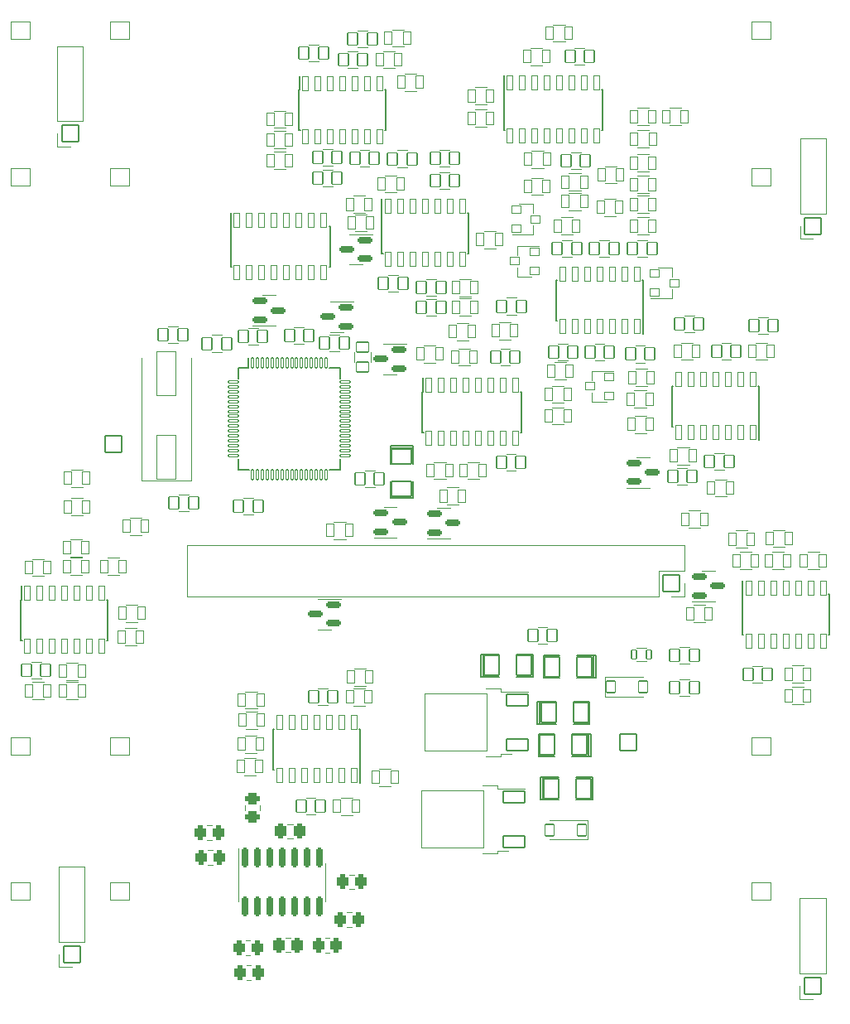
<source format=gbr>
%TF.GenerationSoftware,KiCad,Pcbnew,6.0.6+dfsg-1~bpo11+1*%
%TF.CreationDate,2023-11-30T19:30:28+01:00*%
%TF.ProjectId,touch,746f7563-682e-46b6-9963-61645f706362,rev?*%
%TF.SameCoordinates,Original*%
%TF.FileFunction,Legend,Bot*%
%TF.FilePolarity,Positive*%
%FSLAX46Y46*%
G04 Gerber Fmt 4.6, Leading zero omitted, Abs format (unit mm)*
G04 Created by KiCad (PCBNEW 6.0.6+dfsg-1~bpo11+1) date 2023-11-30 19:30:28*
%MOMM*%
%LPD*%
G01*
G04 APERTURE LIST*
G04 Aperture macros list*
%AMRoundRect*
0 Rectangle with rounded corners*
0 $1 Rounding radius*
0 $2 $3 $4 $5 $6 $7 $8 $9 X,Y pos of 4 corners*
0 Add a 4 corners polygon primitive as box body*
4,1,4,$2,$3,$4,$5,$6,$7,$8,$9,$2,$3,0*
0 Add four circle primitives for the rounded corners*
1,1,$1+$1,$2,$3*
1,1,$1+$1,$4,$5*
1,1,$1+$1,$6,$7*
1,1,$1+$1,$8,$9*
0 Add four rect primitives between the rounded corners*
20,1,$1+$1,$2,$3,$4,$5,0*
20,1,$1+$1,$4,$5,$6,$7,0*
20,1,$1+$1,$6,$7,$8,$9,0*
20,1,$1+$1,$8,$9,$2,$3,0*%
G04 Aperture macros list end*
%ADD10C,0.120000*%
%ADD11C,0.150000*%
%ADD12RoundRect,0.301000X-0.262500X-0.450000X0.262500X-0.450000X0.262500X0.450000X-0.262500X0.450000X0*%
%ADD13RoundRect,0.201000X-0.150000X0.825000X-0.150000X-0.825000X0.150000X-0.825000X0.150000X0.825000X0*%
%ADD14RoundRect,0.301000X0.450000X-0.262500X0.450000X0.262500X-0.450000X0.262500X-0.450000X-0.262500X0*%
%ADD15RoundRect,0.301000X-0.250000X-0.475000X0.250000X-0.475000X0.250000X0.475000X-0.250000X0.475000X0*%
%ADD16RoundRect,0.051000X-0.850000X-0.850000X0.850000X-0.850000X0.850000X0.850000X-0.850000X0.850000X0*%
%ADD17O,1.802000X1.802000*%
%ADD18RoundRect,0.051000X0.850000X0.850000X-0.850000X0.850000X-0.850000X-0.850000X0.850000X-0.850000X0*%
%ADD19RoundRect,0.051000X0.965000X0.915000X-0.965000X0.915000X-0.965000X-0.915000X0.965000X-0.915000X0*%
%ADD20C,2.232000*%
%ADD21RoundRect,0.051000X-0.762000X-1.016000X0.762000X-1.016000X0.762000X1.016000X-0.762000X1.016000X0*%
%ADD22RoundRect,0.051000X0.762000X1.016000X-0.762000X1.016000X-0.762000X-1.016000X0.762000X-1.016000X0*%
%ADD23RoundRect,0.051000X-0.500000X-0.625000X0.500000X-0.625000X0.500000X0.625000X-0.500000X0.625000X0*%
%ADD24RoundRect,0.051000X0.500000X0.625000X-0.500000X0.625000X-0.500000X-0.625000X0.500000X-0.625000X0*%
%ADD25RoundRect,0.051000X-1.016000X0.762000X-1.016000X-0.762000X1.016000X-0.762000X1.016000X0.762000X0*%
%ADD26RoundRect,0.051000X0.625000X-0.500000X0.625000X0.500000X-0.625000X0.500000X-0.625000X-0.500000X0*%
%ADD27RoundRect,0.051000X0.450000X0.600000X-0.450000X0.600000X-0.450000X-0.600000X0.450000X-0.600000X0*%
%ADD28RoundRect,0.051000X-0.450000X-0.600000X0.450000X-0.600000X0.450000X0.600000X-0.450000X0.600000X0*%
%ADD29RoundRect,0.051000X0.850000X-0.850000X0.850000X0.850000X-0.850000X0.850000X-0.850000X-0.850000X0*%
%ADD30RoundRect,0.051000X-0.250000X-0.450000X0.250000X-0.450000X0.250000X0.450000X-0.250000X0.450000X0*%
%ADD31RoundRect,0.051000X-0.450000X-0.400000X0.450000X-0.400000X0.450000X0.400000X-0.450000X0.400000X0*%
%ADD32RoundRect,0.051000X0.450000X0.400000X-0.450000X0.400000X-0.450000X-0.400000X0.450000X-0.400000X0*%
%ADD33RoundRect,0.051000X-0.350000X-0.650000X0.350000X-0.650000X0.350000X0.650000X-0.350000X0.650000X0*%
%ADD34RoundRect,0.051000X0.350000X0.650000X-0.350000X0.650000X-0.350000X-0.650000X0.350000X-0.650000X0*%
%ADD35RoundRect,0.051000X1.100000X0.600000X-1.100000X0.600000X-1.100000X-0.600000X1.100000X-0.600000X0*%
%ADD36RoundRect,0.051000X3.200000X2.900000X-3.200000X2.900000X-3.200000X-2.900000X3.200000X-2.900000X0*%
%ADD37RoundRect,0.051000X-0.300000X0.750000X-0.300000X-0.750000X0.300000X-0.750000X0.300000X0.750000X0*%
%ADD38RoundRect,0.051000X0.300000X-0.750000X0.300000X0.750000X-0.300000X0.750000X-0.300000X-0.750000X0*%
%ADD39RoundRect,0.051000X-0.125000X0.500000X-0.125000X-0.500000X0.125000X-0.500000X0.125000X0.500000X0*%
%ADD40RoundRect,0.051000X0.500000X0.125000X-0.500000X0.125000X-0.500000X-0.125000X0.500000X-0.125000X0*%
%ADD41RoundRect,0.051000X1.000000X-2.250000X1.000000X2.250000X-1.000000X2.250000X-1.000000X-2.250000X0*%
%ADD42RoundRect,0.201000X0.587500X0.150000X-0.587500X0.150000X-0.587500X-0.150000X0.587500X-0.150000X0*%
%ADD43RoundRect,0.201000X-0.587500X-0.150000X0.587500X-0.150000X0.587500X0.150000X-0.587500X0.150000X0*%
G04 APERTURE END LIST*
D10*
%TO.C,R76*%
X92900436Y-140635000D02*
X93354564Y-140635000D01*
X92900436Y-139165000D02*
X93354564Y-139165000D01*
%TO.C,U12*%
X81805000Y-136040000D02*
X81805000Y-137990000D01*
X90675000Y-136040000D02*
X90675000Y-137990000D01*
X81805000Y-136040000D02*
X81805000Y-132590000D01*
X90675000Y-136040000D02*
X90675000Y-134090000D01*
%TO.C,R79*%
X82555436Y-143505000D02*
X83009564Y-143505000D01*
X82555436Y-142035000D02*
X83009564Y-142035000D01*
%TO.C,R78*%
X90645436Y-143245000D02*
X91099564Y-143245000D01*
X90645436Y-141775000D02*
X91099564Y-141775000D01*
%TO.C,R77*%
X82642936Y-146025000D02*
X83097064Y-146025000D01*
X82642936Y-144555000D02*
X83097064Y-144555000D01*
%TO.C,R75*%
X93145436Y-136765000D02*
X93599564Y-136765000D01*
X93145436Y-135295000D02*
X93599564Y-135295000D01*
%TO.C,R74*%
X78685436Y-134275000D02*
X79139564Y-134275000D01*
X78685436Y-132805000D02*
X79139564Y-132805000D01*
%TO.C,R73*%
X83975000Y-128667064D02*
X83975000Y-128212936D01*
X82505000Y-128667064D02*
X82505000Y-128212936D01*
%TO.C,R72*%
X78610436Y-131745000D02*
X79064564Y-131745000D01*
X78610436Y-130275000D02*
X79064564Y-130275000D01*
%TO.C,C22*%
X86618748Y-141735000D02*
X87141252Y-141735000D01*
X86618748Y-143205000D02*
X87141252Y-143205000D01*
%TO.C,C21*%
X86818748Y-130115000D02*
X87341252Y-130115000D01*
X86818748Y-131585000D02*
X87341252Y-131585000D01*
D11*
%TO.C,C1*%
X112376000Y-117597000D02*
X112630000Y-117597000D01*
X112630000Y-119883000D02*
X112630000Y-117597000D01*
X112630000Y-119883000D02*
X112376000Y-119883000D01*
X112376000Y-119883000D02*
X112376000Y-117597000D01*
X116059000Y-119883000D02*
X117710000Y-119883000D01*
X114281000Y-119883000D02*
X112630000Y-119883000D01*
X112630000Y-117597000D02*
X114281000Y-117597000D01*
X117710000Y-117597000D02*
X116059000Y-117597000D01*
X117710000Y-119883000D02*
X117710000Y-117597000D01*
%TO.C,C2*%
X117844000Y-120907000D02*
X117844000Y-123193000D01*
X112510000Y-120907000D02*
X112510000Y-123193000D01*
X117590000Y-120907000D02*
X117590000Y-123193000D01*
X117590000Y-120907000D02*
X117844000Y-120907000D01*
X112510000Y-123193000D02*
X114161000Y-123193000D01*
X115939000Y-120907000D02*
X117590000Y-120907000D01*
X117590000Y-123193000D02*
X115939000Y-123193000D01*
X114161000Y-120907000D02*
X112510000Y-120907000D01*
X117844000Y-123193000D02*
X117590000Y-123193000D01*
%TO.C,C3*%
X106556000Y-115043000D02*
X106556000Y-112757000D01*
X106810000Y-112757000D02*
X108461000Y-112757000D01*
X111890000Y-115043000D02*
X111890000Y-112757000D01*
X111890000Y-112757000D02*
X110239000Y-112757000D01*
X106556000Y-112757000D02*
X106810000Y-112757000D01*
X108461000Y-115043000D02*
X106810000Y-115043000D01*
X110239000Y-115043000D02*
X111890000Y-115043000D01*
X106810000Y-115043000D02*
X106810000Y-112757000D01*
X106810000Y-115043000D02*
X106556000Y-115043000D01*
D10*
%TO.C,C4*%
X112400000Y-110000000D02*
X113400000Y-110000000D01*
X113400000Y-111700000D02*
X112400000Y-111700000D01*
D11*
%TO.C,C5*%
X112910000Y-127643000D02*
X112656000Y-127643000D01*
X117990000Y-127643000D02*
X117990000Y-125357000D01*
X112910000Y-127643000D02*
X112910000Y-125357000D01*
X114561000Y-127643000D02*
X112910000Y-127643000D01*
X116339000Y-127643000D02*
X117990000Y-127643000D01*
X112910000Y-125357000D02*
X114561000Y-125357000D01*
X112656000Y-127643000D02*
X112656000Y-125357000D01*
X117990000Y-125357000D02*
X116339000Y-125357000D01*
X112656000Y-125357000D02*
X112910000Y-125357000D01*
D10*
%TO.C,C6*%
X127900000Y-117050000D02*
X126900000Y-117050000D01*
X126900000Y-115350000D02*
X127900000Y-115350000D01*
D11*
%TO.C,C7*%
X113010000Y-115193000D02*
X114661000Y-115193000D01*
X118090000Y-115193000D02*
X116439000Y-115193000D01*
X118090000Y-112907000D02*
X118090000Y-115193000D01*
X116439000Y-112907000D02*
X118090000Y-112907000D01*
X113010000Y-112907000D02*
X113010000Y-115193000D01*
X118344000Y-112907000D02*
X118344000Y-115193000D01*
X114661000Y-112907000D02*
X113010000Y-112907000D01*
X118090000Y-112907000D02*
X118344000Y-112907000D01*
X118344000Y-115193000D02*
X118090000Y-115193000D01*
D10*
%TO.C,C8*%
X127900000Y-113750000D02*
X126900000Y-113750000D01*
X126900000Y-112050000D02*
X127900000Y-112050000D01*
%TO.C,C9*%
X99030000Y-62970000D02*
X98030000Y-62970000D01*
X98030000Y-61270000D02*
X99030000Y-61270000D01*
%TO.C,C10*%
X90400000Y-63250000D02*
X91400000Y-63250000D01*
X91400000Y-64950000D02*
X90400000Y-64950000D01*
%TO.C,C11*%
X90000000Y-52150000D02*
X89000000Y-52150000D01*
X89000000Y-50450000D02*
X90000000Y-50450000D01*
%TO.C,C12*%
X95200000Y-62950000D02*
X94200000Y-62950000D01*
X94200000Y-61250000D02*
X95200000Y-61250000D01*
%TO.C,C13*%
X102400000Y-61250000D02*
X103400000Y-61250000D01*
X103400000Y-62950000D02*
X102400000Y-62950000D01*
%TO.C,C14*%
X97100000Y-74050000D02*
X98100000Y-74050000D01*
X98100000Y-75750000D02*
X97100000Y-75750000D01*
%TO.C,C15*%
X95000000Y-50750000D02*
X94000000Y-50750000D01*
X94000000Y-49050000D02*
X95000000Y-49050000D01*
%TO.C,C16*%
X101000000Y-76450000D02*
X102000000Y-76450000D01*
X102000000Y-78150000D02*
X101000000Y-78150000D01*
%TO.C,C17*%
X122600000Y-70450000D02*
X123600000Y-70450000D01*
X123600000Y-72150000D02*
X122600000Y-72150000D01*
%TO.C,C18*%
X115510000Y-82740000D02*
X114510000Y-82740000D01*
X114510000Y-81040000D02*
X115510000Y-81040000D01*
%TO.C,C19*%
X114900000Y-70450000D02*
X115900000Y-70450000D01*
X115900000Y-72150000D02*
X114900000Y-72150000D01*
%TO.C,C20*%
X122400000Y-81250000D02*
X123400000Y-81250000D01*
X123400000Y-82950000D02*
X122400000Y-82950000D01*
%TO.C,C25*%
X136000000Y-80050000D02*
X135000000Y-80050000D01*
X135000000Y-78350000D02*
X136000000Y-78350000D01*
%TO.C,C26*%
X126700000Y-93750000D02*
X127700000Y-93750000D01*
X127700000Y-95450000D02*
X126700000Y-95450000D01*
%TO.C,C27*%
X128400000Y-79850000D02*
X127400000Y-79850000D01*
X127400000Y-78150000D02*
X128400000Y-78150000D01*
%TO.C,C28*%
X109250000Y-76340000D02*
X110250000Y-76340000D01*
X110250000Y-78040000D02*
X109250000Y-78040000D01*
%TO.C,C29*%
X74600000Y-79250000D02*
X75600000Y-79250000D01*
X75600000Y-80950000D02*
X74600000Y-80950000D01*
%TO.C,C30*%
X75700000Y-96450000D02*
X76700000Y-96450000D01*
X76700000Y-98150000D02*
X75700000Y-98150000D01*
%TO.C,C31*%
X88500000Y-81050000D02*
X87500000Y-81050000D01*
X87500000Y-79350000D02*
X88500000Y-79350000D01*
D11*
%TO.C,C32*%
X99613000Y-91426000D02*
X99613000Y-91680000D01*
X97327000Y-95109000D02*
X97327000Y-96760000D01*
X97327000Y-91680000D02*
X97327000Y-91426000D01*
X97327000Y-93331000D02*
X97327000Y-91680000D01*
X97327000Y-91426000D02*
X99613000Y-91426000D01*
X97327000Y-91680000D02*
X99613000Y-91680000D01*
X97327000Y-96760000D02*
X99613000Y-96760000D01*
X99613000Y-91680000D02*
X99613000Y-93331000D01*
X99613000Y-96760000D02*
X99613000Y-95109000D01*
D10*
%TO.C,C33*%
X92130000Y-81830000D02*
X91130000Y-81830000D01*
X91130000Y-80130000D02*
X92130000Y-80130000D01*
%TO.C,C34*%
X83780000Y-81160000D02*
X82780000Y-81160000D01*
X82780000Y-79460000D02*
X83780000Y-79460000D01*
%TO.C,C35*%
X93600000Y-82890000D02*
X93600000Y-81890000D01*
X95300000Y-81890000D02*
X95300000Y-82890000D01*
%TO.C,C36*%
X94720000Y-93980000D02*
X95720000Y-93980000D01*
X95720000Y-95680000D02*
X94720000Y-95680000D01*
%TO.C,C37*%
X82325000Y-96750000D02*
X83325000Y-96750000D01*
X83325000Y-98450000D02*
X82325000Y-98450000D01*
%TO.C,C38*%
X79100000Y-80150000D02*
X80100000Y-80150000D01*
X80100000Y-81850000D02*
X79100000Y-81850000D01*
%TO.C,C49*%
X93000000Y-51150000D02*
X94000000Y-51150000D01*
X94000000Y-52850000D02*
X93000000Y-52850000D01*
%TO.C,C50*%
X103400000Y-65250000D02*
X102400000Y-65250000D01*
X102400000Y-63550000D02*
X103400000Y-63550000D01*
%TO.C,C51*%
X91400000Y-62850000D02*
X90400000Y-62850000D01*
X90400000Y-61150000D02*
X91400000Y-61150000D01*
%TO.C,C52*%
X102000000Y-76150000D02*
X101000000Y-76150000D01*
X101000000Y-74450000D02*
X102000000Y-74450000D01*
%TO.C,C53*%
X131500000Y-93950000D02*
X130500000Y-93950000D01*
X130500000Y-92250000D02*
X131500000Y-92250000D01*
%TO.C,C54*%
X119240000Y-82740000D02*
X118240000Y-82740000D01*
X118240000Y-81040000D02*
X119240000Y-81040000D01*
%TO.C,C55*%
X115800000Y-61450000D02*
X116800000Y-61450000D01*
X116800000Y-63150000D02*
X115800000Y-63150000D01*
%TO.C,C56*%
X110190000Y-93980000D02*
X109190000Y-93980000D01*
X109190000Y-92280000D02*
X110190000Y-92280000D01*
%TO.C,C57*%
X132200000Y-82650000D02*
X131200000Y-82650000D01*
X131200000Y-80950000D02*
X132200000Y-80950000D01*
%TO.C,C58*%
X119700000Y-72150000D02*
X118700000Y-72150000D01*
X118700000Y-70450000D02*
X119700000Y-70450000D01*
%TO.C,C59*%
X116200000Y-50850000D02*
X117200000Y-50850000D01*
X117200000Y-52550000D02*
X116200000Y-52550000D01*
%TO.C,C60*%
X109600000Y-83250000D02*
X108600000Y-83250000D01*
X108600000Y-81550000D02*
X109600000Y-81550000D01*
%TO.C,C63*%
X89700000Y-129150000D02*
X88700000Y-129150000D01*
X88700000Y-127450000D02*
X89700000Y-127450000D01*
%TO.C,C64*%
X89950000Y-116250000D02*
X90950000Y-116250000D01*
X90950000Y-117950000D02*
X89950000Y-117950000D01*
%TO.C,C65*%
X61600000Y-115250000D02*
X60600000Y-115250000D01*
X60600000Y-113550000D02*
X61600000Y-113550000D01*
%TO.C,C66*%
X135400000Y-115650000D02*
X134400000Y-115650000D01*
X134400000Y-113950000D02*
X135400000Y-113950000D01*
%TO.C,D1*%
X117550000Y-129700000D02*
X113650000Y-129700000D01*
X117550000Y-129700000D02*
X117550000Y-131700000D01*
X117550000Y-131700000D02*
X113650000Y-131700000D01*
%TO.C,D2*%
X119300000Y-117100000D02*
X119300000Y-115100000D01*
X119300000Y-115100000D02*
X123200000Y-115100000D01*
X119300000Y-117100000D02*
X123200000Y-117100000D01*
%TO.C,J3*%
X126100000Y-106830000D02*
X127430000Y-106830000D01*
X127430000Y-101630000D02*
X76510000Y-101630000D01*
X127430000Y-104230000D02*
X127430000Y-101630000D01*
X124830000Y-104230000D02*
X127430000Y-104230000D01*
X76510000Y-106830000D02*
X76510000Y-101630000D01*
X124830000Y-106830000D02*
X124830000Y-104230000D01*
X127430000Y-106830000D02*
X127430000Y-105500000D01*
X124830000Y-106830000D02*
X76510000Y-106830000D01*
%TO.C,L1*%
X122540000Y-113500000D02*
X123540000Y-113500000D01*
X123540000Y-112140000D02*
X122540000Y-112140000D01*
%TO.C,Q1*%
X126140000Y-73240000D02*
X124680000Y-73240000D01*
X126140000Y-76400000D02*
X123980000Y-76400000D01*
X126140000Y-76400000D02*
X126140000Y-75470000D01*
X126140000Y-73240000D02*
X126140000Y-74170000D01*
%TO.C,Q2*%
X110340000Y-74180000D02*
X110340000Y-73250000D01*
X110340000Y-74180000D02*
X111800000Y-74180000D01*
X110340000Y-71020000D02*
X112500000Y-71020000D01*
X110340000Y-71020000D02*
X110340000Y-71950000D01*
%TO.C,Q3*%
X111960000Y-69880000D02*
X109800000Y-69880000D01*
X111960000Y-69880000D02*
X111960000Y-68950000D01*
X111960000Y-66720000D02*
X110500000Y-66720000D01*
X111960000Y-66720000D02*
X111960000Y-67650000D01*
%TO.C,Q4*%
X117980000Y-83810000D02*
X117980000Y-84740000D01*
X117980000Y-86970000D02*
X117980000Y-86040000D01*
X117980000Y-86970000D02*
X119440000Y-86970000D01*
X117980000Y-83810000D02*
X120140000Y-83810000D01*
%TO.C,R1*%
X93740000Y-69560000D02*
X94940000Y-69560000D01*
X94940000Y-67800000D02*
X93740000Y-67800000D01*
%TO.C,R2*%
X96800000Y-65580000D02*
X98000000Y-65580000D01*
X98000000Y-63820000D02*
X96800000Y-63820000D01*
%TO.C,R3*%
X94740000Y-65900000D02*
X93540000Y-65900000D01*
X93540000Y-67660000D02*
X94740000Y-67660000D01*
%TO.C,R4*%
X97500000Y-50680000D02*
X98700000Y-50680000D01*
X98700000Y-48920000D02*
X97500000Y-48920000D01*
%TO.C,R5*%
X97800000Y-51120000D02*
X96600000Y-51120000D01*
X96600000Y-52880000D02*
X97800000Y-52880000D01*
%TO.C,R6*%
X100000000Y-53420000D02*
X98800000Y-53420000D01*
X98800000Y-55180000D02*
X100000000Y-55180000D01*
%TO.C,R7*%
X122600000Y-67680000D02*
X123800000Y-67680000D01*
X123800000Y-65920000D02*
X122600000Y-65920000D01*
%TO.C,R8*%
X115300000Y-82920000D02*
X114100000Y-82920000D01*
X114100000Y-84680000D02*
X115300000Y-84680000D01*
%TO.C,R9*%
X116800000Y-65620000D02*
X115600000Y-65620000D01*
X115600000Y-67380000D02*
X116800000Y-67380000D01*
%TO.C,R10*%
X123600000Y-83620000D02*
X122400000Y-83620000D01*
X122400000Y-85380000D02*
X123600000Y-85380000D01*
%TO.C,R11*%
X123800000Y-68120000D02*
X122600000Y-68120000D01*
X122600000Y-69880000D02*
X123800000Y-69880000D01*
%TO.C,R12*%
X115100000Y-85320000D02*
X113900000Y-85320000D01*
X113900000Y-87080000D02*
X115100000Y-87080000D01*
%TO.C,R13*%
X114800000Y-69880000D02*
X116000000Y-69880000D01*
X116000000Y-68120000D02*
X114800000Y-68120000D01*
%TO.C,R14*%
X122300000Y-87580000D02*
X123500000Y-87580000D01*
X123500000Y-85820000D02*
X122300000Y-85820000D01*
%TO.C,R15*%
X122590000Y-63430000D02*
X123790000Y-63430000D01*
X123790000Y-61670000D02*
X122590000Y-61670000D01*
%TO.C,R16*%
X115100000Y-87520000D02*
X113900000Y-87520000D01*
X113900000Y-89280000D02*
X115100000Y-89280000D01*
%TO.C,R17*%
X115600000Y-65380000D02*
X116800000Y-65380000D01*
X116800000Y-63620000D02*
X115600000Y-63620000D01*
%TO.C,R18*%
X122340000Y-90150000D02*
X123540000Y-90150000D01*
X123540000Y-88390000D02*
X122340000Y-88390000D01*
%TO.C,R19*%
X112900000Y-50820000D02*
X111700000Y-50820000D01*
X111700000Y-52580000D02*
X112900000Y-52580000D01*
%TO.C,R20*%
X113000000Y-61320000D02*
X111800000Y-61320000D01*
X111800000Y-63080000D02*
X113000000Y-63080000D01*
%TO.C,R21*%
X106400000Y-93120000D02*
X105200000Y-93120000D01*
X105200000Y-94880000D02*
X106400000Y-94880000D01*
%TO.C,R22*%
X104300000Y-83280000D02*
X105500000Y-83280000D01*
X105500000Y-81520000D02*
X104300000Y-81520000D01*
%TO.C,R23*%
X135900000Y-80920000D02*
X134700000Y-80920000D01*
X134700000Y-82680000D02*
X135900000Y-82680000D01*
%TO.C,R24*%
X126700000Y-93380000D02*
X127900000Y-93380000D01*
X127900000Y-91620000D02*
X126700000Y-91620000D01*
%TO.C,R25*%
X127100000Y-82680000D02*
X128300000Y-82680000D01*
X128300000Y-80920000D02*
X127100000Y-80920000D01*
%TO.C,R26*%
X108450000Y-80590000D02*
X109650000Y-80590000D01*
X109650000Y-78830000D02*
X108450000Y-78830000D01*
%TO.C,R27*%
X97400000Y-124470000D02*
X96200000Y-124470000D01*
X96200000Y-126230000D02*
X97400000Y-126230000D01*
%TO.C,R28*%
X93450000Y-127420000D02*
X92250000Y-127420000D01*
X92250000Y-129180000D02*
X93450000Y-129180000D01*
%TO.C,R29*%
X61900000Y-103020000D02*
X60700000Y-103020000D01*
X60700000Y-104780000D02*
X61900000Y-104780000D01*
%TO.C,R30*%
X65800000Y-102920000D02*
X64600000Y-102920000D01*
X64600000Y-104680000D02*
X65800000Y-104680000D01*
%TO.C,R31*%
X64600000Y-102780000D02*
X65800000Y-102780000D01*
X65800000Y-101020000D02*
X64600000Y-101020000D01*
%TO.C,R32*%
X65400000Y-113620000D02*
X64200000Y-113620000D01*
X64200000Y-115380000D02*
X65400000Y-115380000D01*
%TO.C,R33*%
X65400000Y-115620000D02*
X64200000Y-115620000D01*
X64200000Y-117380000D02*
X65400000Y-117380000D01*
%TO.C,R34*%
X61900000Y-115620000D02*
X60700000Y-115620000D01*
X60700000Y-117380000D02*
X61900000Y-117380000D01*
%TO.C,R35*%
X65900000Y-93920000D02*
X64700000Y-93920000D01*
X64700000Y-95680000D02*
X65900000Y-95680000D01*
%TO.C,R36*%
X65900000Y-96820000D02*
X64700000Y-96820000D01*
X64700000Y-98580000D02*
X65900000Y-98580000D01*
%TO.C,R37*%
X70700000Y-100580000D02*
X71900000Y-100580000D01*
X71900000Y-98820000D02*
X70700000Y-98820000D01*
%TO.C,R38*%
X70200000Y-111880000D02*
X71400000Y-111880000D01*
X71400000Y-110120000D02*
X70200000Y-110120000D01*
%TO.C,R39*%
X70300000Y-109480000D02*
X71500000Y-109480000D01*
X71500000Y-107720000D02*
X70300000Y-107720000D01*
%TO.C,R40*%
X68400000Y-104680000D02*
X69600000Y-104680000D01*
X69600000Y-102920000D02*
X68400000Y-102920000D01*
%TO.C,R41*%
X133100000Y-104080000D02*
X134300000Y-104080000D01*
X134300000Y-102320000D02*
X133100000Y-102320000D01*
%TO.C,R42*%
X137600000Y-102320000D02*
X136400000Y-102320000D01*
X136400000Y-104080000D02*
X137600000Y-104080000D01*
%TO.C,R43*%
X141200000Y-102320000D02*
X140000000Y-102320000D01*
X140000000Y-104080000D02*
X141200000Y-104080000D01*
%TO.C,R44*%
X138400000Y-115680000D02*
X139600000Y-115680000D01*
X139600000Y-113920000D02*
X138400000Y-113920000D01*
%TO.C,R45*%
X139600000Y-116120000D02*
X138400000Y-116120000D01*
X138400000Y-117880000D02*
X139600000Y-117880000D01*
%TO.C,R47*%
X133880000Y-100130000D02*
X132680000Y-100130000D01*
X132680000Y-101890000D02*
X133880000Y-101890000D01*
%TO.C,R48*%
X137700000Y-100060000D02*
X136500000Y-100060000D01*
X136500000Y-101820000D02*
X137700000Y-101820000D01*
%TO.C,R49*%
X130520000Y-96650000D02*
X131720000Y-96650000D01*
X131720000Y-94890000D02*
X130520000Y-94890000D01*
%TO.C,R50*%
X127870000Y-99840000D02*
X129070000Y-99840000D01*
X129070000Y-98080000D02*
X127870000Y-98080000D01*
%TO.C,R51*%
X128370000Y-109490000D02*
X129570000Y-109490000D01*
X129570000Y-107730000D02*
X128370000Y-107730000D01*
%TO.C,R53*%
X101970000Y-81190000D02*
X100770000Y-81190000D01*
X100770000Y-82950000D02*
X101970000Y-82950000D01*
%TO.C,R54*%
X105300000Y-78920000D02*
X104100000Y-78920000D01*
X104100000Y-80680000D02*
X105300000Y-80680000D01*
%TO.C,R55*%
X107200000Y-54820000D02*
X106000000Y-54820000D01*
X106000000Y-56580000D02*
X107200000Y-56580000D01*
%TO.C,R56*%
X114000000Y-50180000D02*
X115200000Y-50180000D01*
X115200000Y-48420000D02*
X114000000Y-48420000D01*
%TO.C,R57*%
X106000000Y-58880000D02*
X107200000Y-58880000D01*
X107200000Y-57120000D02*
X106000000Y-57120000D01*
%TO.C,R58*%
X103000000Y-93120000D02*
X101800000Y-93120000D01*
X101800000Y-94880000D02*
X103000000Y-94880000D01*
%TO.C,R59*%
X112950000Y-64080000D02*
X111750000Y-64080000D01*
X111750000Y-65840000D02*
X112950000Y-65840000D01*
%TO.C,R60*%
X104300000Y-95720000D02*
X103100000Y-95720000D01*
X103100000Y-97480000D02*
X104300000Y-97480000D01*
%TO.C,R61*%
X86600000Y-57220000D02*
X85400000Y-57220000D01*
X85400000Y-58980000D02*
X86600000Y-58980000D01*
%TO.C,R62*%
X85400000Y-61080000D02*
X86600000Y-61080000D01*
X86600000Y-59320000D02*
X85400000Y-59320000D01*
%TO.C,R63*%
X85400000Y-63180000D02*
X86600000Y-63180000D01*
X86600000Y-61420000D02*
X85400000Y-61420000D01*
%TO.C,R64*%
X105600000Y-76420000D02*
X104400000Y-76420000D01*
X104400000Y-78180000D02*
X105600000Y-78180000D01*
%TO.C,R65*%
X104400000Y-76180000D02*
X105600000Y-76180000D01*
X105600000Y-74420000D02*
X104400000Y-74420000D01*
%TO.C,R66*%
X106900000Y-71280000D02*
X108100000Y-71280000D01*
X108100000Y-69520000D02*
X106900000Y-69520000D01*
%TO.C,R85*%
X82350000Y-125130000D02*
X83550000Y-125130000D01*
X83550000Y-123370000D02*
X82350000Y-123370000D01*
%TO.C,R86*%
X83650000Y-121070000D02*
X82450000Y-121070000D01*
X82450000Y-122830000D02*
X83650000Y-122830000D01*
%TO.C,R87*%
X82500000Y-118330000D02*
X83700000Y-118330000D01*
X83700000Y-116570000D02*
X82500000Y-116570000D01*
%TO.C,R88*%
X94750000Y-116270000D02*
X93550000Y-116270000D01*
X93550000Y-118030000D02*
X94750000Y-118030000D01*
%TO.C,R89*%
X82550000Y-120380000D02*
X83750000Y-120380000D01*
X83750000Y-118620000D02*
X82550000Y-118620000D01*
%TO.C,R90*%
X94850000Y-114220000D02*
X93650000Y-114220000D01*
X93650000Y-115980000D02*
X94850000Y-115980000D01*
%TO.C,U1*%
X108620000Y-123200000D02*
X108620000Y-122930000D01*
X108620000Y-116570000D02*
X111450000Y-116570000D01*
X108620000Y-122930000D02*
X109720000Y-122930000D01*
X107120000Y-123200000D02*
X108620000Y-123200000D01*
X107120000Y-116300000D02*
X108620000Y-116300000D01*
X108620000Y-116300000D02*
X108620000Y-116570000D01*
%TO.C,U2*%
X106770000Y-126200000D02*
X108270000Y-126200000D01*
X108270000Y-126200000D02*
X108270000Y-126470000D01*
X108270000Y-133100000D02*
X108270000Y-132830000D01*
X108270000Y-126470000D02*
X111100000Y-126470000D01*
X106770000Y-133100000D02*
X108270000Y-133100000D01*
X108270000Y-132830000D02*
X109370000Y-132830000D01*
D11*
%TO.C,U3*%
X105350000Y-71775000D02*
X105235000Y-71775000D01*
X96450000Y-67625000D02*
X96475000Y-67625000D01*
X105350000Y-67625000D02*
X105235000Y-67625000D01*
X96450000Y-71775000D02*
X96565000Y-71775000D01*
X105350000Y-67625000D02*
X105350000Y-71775000D01*
X96475000Y-67625000D02*
X96475000Y-66250000D01*
X96450000Y-67625000D02*
X96450000Y-71775000D01*
%TO.C,U4*%
X88025000Y-55075000D02*
X88025000Y-53700000D01*
X96900000Y-55075000D02*
X96785000Y-55075000D01*
X96900000Y-59225000D02*
X96785000Y-59225000D01*
X88000000Y-55075000D02*
X88025000Y-55075000D01*
X96900000Y-55075000D02*
X96900000Y-59225000D01*
X88000000Y-59225000D02*
X88115000Y-59225000D01*
X88000000Y-55075000D02*
X88000000Y-59225000D01*
%TO.C,U5*%
X114300000Y-74525000D02*
X114415000Y-74525000D01*
X114300000Y-78675000D02*
X114300000Y-74525000D01*
X123200000Y-78675000D02*
X123200000Y-74525000D01*
X123200000Y-74525000D02*
X123085000Y-74525000D01*
X123200000Y-78675000D02*
X123175000Y-78675000D01*
X123175000Y-78675000D02*
X123175000Y-80050000D01*
X114300000Y-78675000D02*
X114415000Y-78675000D01*
%TO.C,U6*%
X91175000Y-73175000D02*
X91070000Y-73175000D01*
X81025000Y-69025000D02*
X81050000Y-69025000D01*
X91175000Y-69025000D02*
X91175000Y-73175000D01*
X81025000Y-73175000D02*
X81130000Y-73175000D01*
X91175000Y-69025000D02*
X91070000Y-69025000D01*
X81025000Y-69025000D02*
X81025000Y-73175000D01*
X81050000Y-69025000D02*
X81050000Y-67650000D01*
%TO.C,U7*%
X119075000Y-55025000D02*
X119075000Y-59175000D01*
X108925000Y-59175000D02*
X109030000Y-59175000D01*
X119075000Y-55025000D02*
X118970000Y-55025000D01*
X108950000Y-55025000D02*
X108950000Y-53650000D01*
X108925000Y-55025000D02*
X108950000Y-55025000D01*
X108925000Y-55025000D02*
X108925000Y-59175000D01*
X119075000Y-59175000D02*
X118970000Y-59175000D01*
%TO.C,U8*%
X110775000Y-85925000D02*
X110670000Y-85925000D01*
X100625000Y-85925000D02*
X100650000Y-85925000D01*
X100650000Y-85925000D02*
X100650000Y-84550000D01*
X100625000Y-90075000D02*
X100730000Y-90075000D01*
X100625000Y-85925000D02*
X100625000Y-90075000D01*
X110775000Y-90075000D02*
X110670000Y-90075000D01*
X110775000Y-85925000D02*
X110775000Y-90075000D01*
%TO.C,U9*%
X126150000Y-89475000D02*
X126150000Y-85325000D01*
X135025000Y-89475000D02*
X135025000Y-90850000D01*
X135050000Y-85325000D02*
X134935000Y-85325000D01*
X126150000Y-85325000D02*
X126265000Y-85325000D01*
X135050000Y-89475000D02*
X135050000Y-85325000D01*
X135050000Y-89475000D02*
X135025000Y-89475000D01*
X126150000Y-89475000D02*
X126265000Y-89475000D01*
%TO.C,U10*%
X94250000Y-124525000D02*
X94225000Y-124525000D01*
X94225000Y-124525000D02*
X94225000Y-125900000D01*
X85350000Y-124525000D02*
X85350000Y-120375000D01*
X85350000Y-120375000D02*
X85465000Y-120375000D01*
X94250000Y-120375000D02*
X94135000Y-120375000D01*
X94250000Y-124525000D02*
X94250000Y-120375000D01*
X85350000Y-124525000D02*
X85465000Y-124525000D01*
%TO.C,U11*%
X81825000Y-83525000D02*
X81825000Y-84600000D01*
X82825000Y-83525000D02*
X82825000Y-82500000D01*
X81825000Y-93875000D02*
X81825000Y-92800000D01*
X92175000Y-83525000D02*
X92175000Y-84600000D01*
X92175000Y-93875000D02*
X92175000Y-92800000D01*
X81825000Y-83525000D02*
X82825000Y-83525000D01*
X92175000Y-83525000D02*
X91100000Y-83525000D01*
X81825000Y-93875000D02*
X82900000Y-93875000D01*
X92175000Y-93875000D02*
X91100000Y-93875000D01*
%TO.C,U13*%
X68450000Y-107175000D02*
X68450000Y-111325000D01*
X59550000Y-107175000D02*
X59550000Y-111325000D01*
X68450000Y-111325000D02*
X68335000Y-111325000D01*
X59550000Y-107175000D02*
X59575000Y-107175000D01*
X59575000Y-107175000D02*
X59575000Y-105800000D01*
X59550000Y-111325000D02*
X59665000Y-111325000D01*
X68450000Y-107175000D02*
X68335000Y-107175000D01*
%TO.C,U14*%
X133350000Y-106625000D02*
X133375000Y-106625000D01*
X133350000Y-106625000D02*
X133350000Y-110775000D01*
X142250000Y-106625000D02*
X142135000Y-106625000D01*
X133375000Y-106625000D02*
X133375000Y-105250000D01*
X142250000Y-106625000D02*
X142250000Y-110775000D01*
X142250000Y-110775000D02*
X142135000Y-110775000D01*
X133350000Y-110775000D02*
X133465000Y-110775000D01*
D10*
%TO.C,Y1*%
X71850000Y-95050000D02*
X71850000Y-82450000D01*
X76950000Y-95050000D02*
X71850000Y-95050000D01*
X76950000Y-82450000D02*
X76950000Y-95050000D01*
%TO.C,R46*%
X127090000Y-56940000D02*
X125890000Y-56940000D01*
X125890000Y-58700000D02*
X127090000Y-58700000D01*
%TO.C,R52*%
X122580000Y-58700000D02*
X123780000Y-58700000D01*
X123780000Y-56940000D02*
X122580000Y-56940000D01*
%TO.C,R67*%
X123780000Y-63890000D02*
X122580000Y-63890000D01*
X122580000Y-65650000D02*
X123780000Y-65650000D01*
%TO.C,R68*%
X122620000Y-60980000D02*
X123820000Y-60980000D01*
X123820000Y-59220000D02*
X122620000Y-59220000D01*
%TO.C,R69*%
X120390000Y-66220000D02*
X119190000Y-66220000D01*
X119190000Y-67980000D02*
X120390000Y-67980000D01*
%TO.C,R70*%
X120480000Y-62890000D02*
X119280000Y-62890000D01*
X119280000Y-64650000D02*
X120480000Y-64650000D01*
%TO.C,J4*%
X139220000Y-146670000D02*
X139220000Y-148000000D01*
X139220000Y-137720000D02*
X141880000Y-137720000D01*
X139220000Y-145400000D02*
X139220000Y-137720000D01*
X139220000Y-145400000D02*
X141880000Y-145400000D01*
X141880000Y-145400000D02*
X141880000Y-137720000D01*
X139220000Y-148000000D02*
X140550000Y-148000000D01*
%TO.C,J5*%
X63240000Y-58300000D02*
X63240000Y-50620000D01*
X63240000Y-60900000D02*
X64570000Y-60900000D01*
X63240000Y-50620000D02*
X65900000Y-50620000D01*
X63240000Y-59570000D02*
X63240000Y-60900000D01*
X63240000Y-58300000D02*
X65900000Y-58300000D01*
X65900000Y-58300000D02*
X65900000Y-50620000D01*
%TO.C,J6*%
X63400000Y-142140000D02*
X66060000Y-142140000D01*
X66060000Y-142140000D02*
X66060000Y-134460000D01*
X63400000Y-144740000D02*
X64730000Y-144740000D01*
X63400000Y-143410000D02*
X63400000Y-144740000D01*
X63400000Y-134460000D02*
X66060000Y-134460000D01*
X63400000Y-142140000D02*
X63400000Y-134460000D01*
%TO.C,J7*%
X139240000Y-67710000D02*
X141900000Y-67710000D01*
X141900000Y-67710000D02*
X141900000Y-60030000D01*
X139240000Y-60030000D02*
X141900000Y-60030000D01*
X139240000Y-67710000D02*
X139240000Y-60030000D01*
X139240000Y-70310000D02*
X140570000Y-70310000D01*
X139240000Y-68980000D02*
X139240000Y-70310000D01*
%TO.C,R71*%
X91560000Y-101010000D02*
X92760000Y-101010000D01*
X92760000Y-99250000D02*
X91560000Y-99250000D01*
%TO.C,D8*%
X91860000Y-76720000D02*
X93535000Y-76720000D01*
X91860000Y-76720000D02*
X91210000Y-76720000D01*
X91860000Y-79840000D02*
X92510000Y-79840000D01*
X91860000Y-79840000D02*
X91210000Y-79840000D01*
%TO.C,D6*%
X90590000Y-107100000D02*
X89940000Y-107100000D01*
X90590000Y-110220000D02*
X91240000Y-110220000D01*
X90590000Y-107100000D02*
X92265000Y-107100000D01*
X90590000Y-110220000D02*
X89940000Y-110220000D01*
%TO.C,D3*%
X97322500Y-100830000D02*
X95647500Y-100830000D01*
X97322500Y-97710000D02*
X96672500Y-97710000D01*
X97322500Y-100830000D02*
X97972500Y-100830000D01*
X97322500Y-97710000D02*
X97972500Y-97710000D01*
%TO.C,D4*%
X93822500Y-72950000D02*
X94472500Y-72950000D01*
X93822500Y-72950000D02*
X93172500Y-72950000D01*
X93822500Y-69830000D02*
X95497500Y-69830000D01*
X93822500Y-69830000D02*
X93172500Y-69830000D01*
%TO.C,D5*%
X84920000Y-76060000D02*
X85570000Y-76060000D01*
X84920000Y-79180000D02*
X85570000Y-79180000D01*
X84920000Y-79180000D02*
X83245000Y-79180000D01*
X84920000Y-76060000D02*
X84270000Y-76060000D01*
%TO.C,D11*%
X123190000Y-95740000D02*
X121515000Y-95740000D01*
X123190000Y-95740000D02*
X123840000Y-95740000D01*
X123190000Y-92620000D02*
X122540000Y-92620000D01*
X123190000Y-92620000D02*
X123840000Y-92620000D01*
%TO.C,D9*%
X129890000Y-104240000D02*
X129240000Y-104240000D01*
X129890000Y-107360000D02*
X130540000Y-107360000D01*
X129890000Y-104240000D02*
X130540000Y-104240000D01*
X129890000Y-107360000D02*
X128215000Y-107360000D01*
%TO.C,D7*%
X102790000Y-97800000D02*
X103440000Y-97800000D01*
X102790000Y-100920000D02*
X101115000Y-100920000D01*
X102790000Y-100920000D02*
X103440000Y-100920000D01*
X102790000Y-97800000D02*
X102140000Y-97800000D01*
%TO.C,D10*%
X97290000Y-81030000D02*
X98965000Y-81030000D01*
X97290000Y-84150000D02*
X96640000Y-84150000D01*
X97290000Y-84150000D02*
X97940000Y-84150000D01*
X97290000Y-81030000D02*
X96640000Y-81030000D01*
%TD*%
%LPC*%
D12*
%TO.C,R76*%
X92215000Y-139900000D03*
X94040000Y-139900000D03*
%TD*%
D13*
%TO.C,U12*%
X82430000Y-133565000D03*
X83700000Y-133565000D03*
X84970000Y-133565000D03*
X86240000Y-133565000D03*
X87510000Y-133565000D03*
X88780000Y-133565000D03*
X90050000Y-133565000D03*
X90050000Y-138515000D03*
X88780000Y-138515000D03*
X87510000Y-138515000D03*
X86240000Y-138515000D03*
X84970000Y-138515000D03*
X83700000Y-138515000D03*
X82430000Y-138515000D03*
%TD*%
D12*
%TO.C,R79*%
X81870000Y-142770000D03*
X83695000Y-142770000D03*
%TD*%
%TO.C,R78*%
X89960000Y-142510000D03*
X91785000Y-142510000D03*
%TD*%
%TO.C,R77*%
X81957500Y-145290000D03*
X83782500Y-145290000D03*
%TD*%
%TO.C,R75*%
X92460000Y-136030000D03*
X94285000Y-136030000D03*
%TD*%
%TO.C,R74*%
X78000000Y-133540000D03*
X79825000Y-133540000D03*
%TD*%
D14*
%TO.C,R73*%
X83240000Y-129352500D03*
X83240000Y-127527500D03*
%TD*%
D12*
%TO.C,R72*%
X77925000Y-131010000D03*
X79750000Y-131010000D03*
%TD*%
D15*
%TO.C,C22*%
X85930000Y-142470000D03*
X87830000Y-142470000D03*
%TD*%
%TO.C,C21*%
X86130000Y-130850000D03*
X88030000Y-130850000D03*
%TD*%
D16*
%TO.C,J1*%
X121650000Y-121800000D03*
D17*
X124190000Y-121800000D03*
X121650000Y-124340000D03*
X124190000Y-124340000D03*
X121650000Y-126880000D03*
X124190000Y-126880000D03*
X121650000Y-129420000D03*
X124190000Y-129420000D03*
X121650000Y-131960000D03*
X124190000Y-131960000D03*
%TD*%
D18*
%TO.C,J2*%
X69000000Y-91300000D03*
D17*
X69000000Y-88760000D03*
X69000000Y-86220000D03*
X69000000Y-83680000D03*
%TD*%
D19*
%TO.C,M1*%
X135300000Y-137000000D03*
D20*
X135300000Y-140100000D03*
X135300000Y-148400000D03*
%TD*%
D19*
%TO.C,M2*%
X145500000Y-137000000D03*
D20*
X145500000Y-140100000D03*
X145500000Y-148400000D03*
%TD*%
D19*
%TO.C,M3*%
X145500000Y-122200000D03*
D20*
X145500000Y-125300000D03*
X145500000Y-133600000D03*
%TD*%
D19*
%TO.C,M4*%
X135300000Y-122200000D03*
D20*
X135300000Y-125300000D03*
X135300000Y-133600000D03*
%TD*%
D19*
%TO.C,M5*%
X69700000Y-137000000D03*
D20*
X69700000Y-140100000D03*
X69700000Y-148400000D03*
%TD*%
D19*
%TO.C,M6*%
X59500000Y-137000000D03*
D20*
X59500000Y-140100000D03*
X59500000Y-148400000D03*
%TD*%
D19*
%TO.C,M7*%
X59500000Y-122200000D03*
D20*
X59500000Y-125300000D03*
X59500000Y-133600000D03*
%TD*%
D19*
%TO.C,M8*%
X69700000Y-122200000D03*
D20*
X69700000Y-125300000D03*
X69700000Y-133600000D03*
%TD*%
D19*
%TO.C,M9*%
X69700000Y-49000000D03*
D20*
X69700000Y-52100000D03*
X69700000Y-60400000D03*
%TD*%
D19*
%TO.C,M10*%
X59500000Y-49000000D03*
D20*
X59500000Y-52100000D03*
X59500000Y-60400000D03*
%TD*%
D19*
%TO.C,M11*%
X59500000Y-64000000D03*
D20*
X59500000Y-67100000D03*
X59500000Y-75400000D03*
%TD*%
D19*
%TO.C,M12*%
X69700000Y-64000000D03*
D20*
X69700000Y-67100000D03*
X69700000Y-75400000D03*
%TD*%
D19*
%TO.C,M13*%
X135300000Y-49000000D03*
D20*
X135300000Y-52100000D03*
X135300000Y-60400000D03*
%TD*%
D19*
%TO.C,M14*%
X145500000Y-49000000D03*
D20*
X145500000Y-52100000D03*
X145500000Y-60400000D03*
%TD*%
D19*
%TO.C,M15*%
X145500000Y-64000000D03*
D20*
X145500000Y-67100000D03*
X145500000Y-75400000D03*
%TD*%
D19*
%TO.C,M16*%
X135300000Y-64000000D03*
D20*
X135300000Y-67100000D03*
X135300000Y-75400000D03*
%TD*%
D21*
%TO.C,C1*%
X113519000Y-118740000D03*
X116821000Y-118740000D03*
%TD*%
D22*
%TO.C,C2*%
X116701000Y-122050000D03*
X113399000Y-122050000D03*
%TD*%
D21*
%TO.C,C3*%
X107699000Y-113900000D03*
X111001000Y-113900000D03*
%TD*%
D23*
%TO.C,C4*%
X111900000Y-110850000D03*
X113900000Y-110850000D03*
%TD*%
D21*
%TO.C,C5*%
X113799000Y-126500000D03*
X117101000Y-126500000D03*
%TD*%
D24*
%TO.C,C6*%
X128400000Y-116200000D03*
X126400000Y-116200000D03*
%TD*%
D22*
%TO.C,C7*%
X117201000Y-114050000D03*
X113899000Y-114050000D03*
%TD*%
D23*
%TO.C,C8*%
X126400000Y-112900000D03*
X128400000Y-112900000D03*
%TD*%
D24*
%TO.C,C9*%
X99530000Y-62120000D03*
X97530000Y-62120000D03*
%TD*%
%TO.C,C10*%
X91900000Y-64100000D03*
X89900000Y-64100000D03*
%TD*%
%TO.C,C11*%
X90500000Y-51300000D03*
X88500000Y-51300000D03*
%TD*%
D23*
%TO.C,C12*%
X93700000Y-62100000D03*
X95700000Y-62100000D03*
%TD*%
%TO.C,C13*%
X101900000Y-62100000D03*
X103900000Y-62100000D03*
%TD*%
D24*
%TO.C,C14*%
X98600000Y-74900000D03*
X96600000Y-74900000D03*
%TD*%
D23*
%TO.C,C15*%
X93500000Y-49900000D03*
X95500000Y-49900000D03*
%TD*%
%TO.C,C16*%
X100500000Y-77300000D03*
X102500000Y-77300000D03*
%TD*%
%TO.C,C17*%
X122100000Y-71300000D03*
X124100000Y-71300000D03*
%TD*%
D24*
%TO.C,C18*%
X116010000Y-81890000D03*
X114010000Y-81890000D03*
%TD*%
%TO.C,C19*%
X116400000Y-71300000D03*
X114400000Y-71300000D03*
%TD*%
D23*
%TO.C,C20*%
X121900000Y-82100000D03*
X123900000Y-82100000D03*
%TD*%
%TO.C,C25*%
X134500000Y-79200000D03*
X136500000Y-79200000D03*
%TD*%
D24*
%TO.C,C26*%
X128200000Y-94600000D03*
X126200000Y-94600000D03*
%TD*%
%TO.C,C27*%
X128900000Y-79000000D03*
X126900000Y-79000000D03*
%TD*%
D23*
%TO.C,C28*%
X108750000Y-77190000D03*
X110750000Y-77190000D03*
%TD*%
%TO.C,C29*%
X74100000Y-80100000D03*
X76100000Y-80100000D03*
%TD*%
%TO.C,C30*%
X75200000Y-97300000D03*
X77200000Y-97300000D03*
%TD*%
%TO.C,C31*%
X87000000Y-80200000D03*
X89000000Y-80200000D03*
%TD*%
D25*
%TO.C,C32*%
X98470000Y-92569000D03*
X98470000Y-95871000D03*
%TD*%
D23*
%TO.C,C33*%
X90630000Y-80980000D03*
X92630000Y-80980000D03*
%TD*%
%TO.C,C34*%
X82280000Y-80310000D03*
X84280000Y-80310000D03*
%TD*%
D26*
%TO.C,C35*%
X94450000Y-83390000D03*
X94450000Y-81390000D03*
%TD*%
D23*
%TO.C,C36*%
X94220000Y-94830000D03*
X96220000Y-94830000D03*
%TD*%
%TO.C,C37*%
X81825000Y-97600000D03*
X83825000Y-97600000D03*
%TD*%
D24*
%TO.C,C38*%
X80600000Y-81000000D03*
X78600000Y-81000000D03*
%TD*%
D23*
%TO.C,C49*%
X92500000Y-52000000D03*
X94500000Y-52000000D03*
%TD*%
%TO.C,C50*%
X101900000Y-64400000D03*
X103900000Y-64400000D03*
%TD*%
D24*
%TO.C,C51*%
X91900000Y-62000000D03*
X89900000Y-62000000D03*
%TD*%
D23*
%TO.C,C52*%
X100500000Y-75300000D03*
X102500000Y-75300000D03*
%TD*%
%TO.C,C53*%
X130000000Y-93100000D03*
X132000000Y-93100000D03*
%TD*%
%TO.C,C54*%
X117740000Y-81890000D03*
X119740000Y-81890000D03*
%TD*%
%TO.C,C55*%
X115300000Y-62300000D03*
X117300000Y-62300000D03*
%TD*%
%TO.C,C56*%
X108690000Y-93130000D03*
X110690000Y-93130000D03*
%TD*%
%TO.C,C57*%
X130700000Y-81800000D03*
X132700000Y-81800000D03*
%TD*%
%TO.C,C58*%
X118200000Y-71300000D03*
X120200000Y-71300000D03*
%TD*%
%TO.C,C59*%
X115700000Y-51700000D03*
X117700000Y-51700000D03*
%TD*%
%TO.C,C60*%
X108100000Y-82400000D03*
X110100000Y-82400000D03*
%TD*%
D24*
%TO.C,C63*%
X90200000Y-128300000D03*
X88200000Y-128300000D03*
%TD*%
D23*
%TO.C,C64*%
X89450000Y-117100000D03*
X91450000Y-117100000D03*
%TD*%
%TO.C,C65*%
X60100000Y-114400000D03*
X62100000Y-114400000D03*
%TD*%
%TO.C,C66*%
X133900000Y-114800000D03*
X135900000Y-114800000D03*
%TD*%
D27*
%TO.C,D1*%
X116950000Y-130700000D03*
X113650000Y-130700000D03*
%TD*%
D28*
%TO.C,D2*%
X119900000Y-116100000D03*
X123200000Y-116100000D03*
%TD*%
D29*
%TO.C,J3*%
X126100000Y-105500000D03*
D17*
X126100000Y-102960000D03*
X123560000Y-105500000D03*
X123560000Y-102960000D03*
X121020000Y-105500000D03*
X121020000Y-102960000D03*
X118480000Y-105500000D03*
X118480000Y-102960000D03*
X115940000Y-105500000D03*
X115940000Y-102960000D03*
X113400000Y-105500000D03*
X113400000Y-102960000D03*
X110860000Y-105500000D03*
X110860000Y-102960000D03*
X108320000Y-105500000D03*
X108320000Y-102960000D03*
X105780000Y-105500000D03*
X105780000Y-102960000D03*
X103240000Y-105500000D03*
X103240000Y-102960000D03*
X100700000Y-105500000D03*
X100700000Y-102960000D03*
X98160000Y-105500000D03*
X98160000Y-102960000D03*
X95620000Y-105500000D03*
X95620000Y-102960000D03*
X93080000Y-105500000D03*
X93080000Y-102960000D03*
X90540000Y-105500000D03*
X90540000Y-102960000D03*
X88000000Y-105500000D03*
X88000000Y-102960000D03*
X85460000Y-105500000D03*
X85460000Y-102960000D03*
X82920000Y-105500000D03*
X82920000Y-102960000D03*
X80380000Y-105500000D03*
X80380000Y-102960000D03*
X77840000Y-105500000D03*
X77840000Y-102960000D03*
%TD*%
D30*
%TO.C,L1*%
X122290000Y-112820000D03*
X123790000Y-112820000D03*
%TD*%
D31*
%TO.C,Q1*%
X124380000Y-75770000D03*
X124380000Y-73870000D03*
X126380000Y-74820000D03*
%TD*%
D32*
%TO.C,Q2*%
X112100000Y-71650000D03*
X112100000Y-73550000D03*
X110100000Y-72600000D03*
%TD*%
D31*
%TO.C,Q3*%
X110200000Y-69250000D03*
X110200000Y-67350000D03*
X112200000Y-68300000D03*
%TD*%
D32*
%TO.C,Q4*%
X119740000Y-84440000D03*
X119740000Y-86340000D03*
X117740000Y-85390000D03*
%TD*%
D33*
%TO.C,R1*%
X93390000Y-68680000D03*
X95290000Y-68680000D03*
%TD*%
%TO.C,R2*%
X96450000Y-64700000D03*
X98350000Y-64700000D03*
%TD*%
%TO.C,R3*%
X93190000Y-66780000D03*
X95090000Y-66780000D03*
%TD*%
%TO.C,R4*%
X97150000Y-49800000D03*
X99050000Y-49800000D03*
%TD*%
D34*
%TO.C,R5*%
X98150000Y-52000000D03*
X96250000Y-52000000D03*
%TD*%
%TO.C,R6*%
X100350000Y-54300000D03*
X98450000Y-54300000D03*
%TD*%
D33*
%TO.C,R7*%
X122250000Y-66800000D03*
X124150000Y-66800000D03*
%TD*%
D34*
%TO.C,R8*%
X115650000Y-83800000D03*
X113750000Y-83800000D03*
%TD*%
%TO.C,R9*%
X117150000Y-66500000D03*
X115250000Y-66500000D03*
%TD*%
D33*
%TO.C,R10*%
X122050000Y-84500000D03*
X123950000Y-84500000D03*
%TD*%
D34*
%TO.C,R11*%
X124150000Y-69000000D03*
X122250000Y-69000000D03*
%TD*%
D33*
%TO.C,R12*%
X113550000Y-86200000D03*
X115450000Y-86200000D03*
%TD*%
%TO.C,R13*%
X114450000Y-69000000D03*
X116350000Y-69000000D03*
%TD*%
%TO.C,R14*%
X121950000Y-86700000D03*
X123850000Y-86700000D03*
%TD*%
%TO.C,R15*%
X122240000Y-62550000D03*
X124140000Y-62550000D03*
%TD*%
D34*
%TO.C,R16*%
X115450000Y-88400000D03*
X113550000Y-88400000D03*
%TD*%
%TO.C,R17*%
X117150000Y-64500000D03*
X115250000Y-64500000D03*
%TD*%
%TO.C,R18*%
X123890000Y-89270000D03*
X121990000Y-89270000D03*
%TD*%
D33*
%TO.C,R19*%
X111350000Y-51700000D03*
X113250000Y-51700000D03*
%TD*%
%TO.C,R20*%
X111450000Y-62200000D03*
X113350000Y-62200000D03*
%TD*%
D34*
%TO.C,R21*%
X106750000Y-94000000D03*
X104850000Y-94000000D03*
%TD*%
D33*
%TO.C,R22*%
X103950000Y-82400000D03*
X105850000Y-82400000D03*
%TD*%
D34*
%TO.C,R23*%
X136250000Y-81800000D03*
X134350000Y-81800000D03*
%TD*%
D33*
%TO.C,R24*%
X126350000Y-92500000D03*
X128250000Y-92500000D03*
%TD*%
%TO.C,R25*%
X126750000Y-81800000D03*
X128650000Y-81800000D03*
%TD*%
D34*
%TO.C,R26*%
X110000000Y-79710000D03*
X108100000Y-79710000D03*
%TD*%
D33*
%TO.C,R27*%
X95850000Y-125350000D03*
X97750000Y-125350000D03*
%TD*%
D34*
%TO.C,R28*%
X93800000Y-128300000D03*
X91900000Y-128300000D03*
%TD*%
%TO.C,R29*%
X62250000Y-103900000D03*
X60350000Y-103900000D03*
%TD*%
%TO.C,R30*%
X66150000Y-103800000D03*
X64250000Y-103800000D03*
%TD*%
%TO.C,R31*%
X66150000Y-101900000D03*
X64250000Y-101900000D03*
%TD*%
D33*
%TO.C,R32*%
X63850000Y-114500000D03*
X65750000Y-114500000D03*
%TD*%
%TO.C,R33*%
X63850000Y-116500000D03*
X65750000Y-116500000D03*
%TD*%
D34*
%TO.C,R34*%
X62250000Y-116500000D03*
X60350000Y-116500000D03*
%TD*%
%TO.C,R35*%
X66250000Y-94800000D03*
X64350000Y-94800000D03*
%TD*%
%TO.C,R36*%
X66250000Y-97700000D03*
X64350000Y-97700000D03*
%TD*%
%TO.C,R37*%
X72250000Y-99700000D03*
X70350000Y-99700000D03*
%TD*%
%TO.C,R38*%
X71750000Y-111000000D03*
X69850000Y-111000000D03*
%TD*%
%TO.C,R39*%
X71850000Y-108600000D03*
X69950000Y-108600000D03*
%TD*%
%TO.C,R40*%
X69950000Y-103800000D03*
X68050000Y-103800000D03*
%TD*%
%TO.C,R41*%
X134650000Y-103200000D03*
X132750000Y-103200000D03*
%TD*%
D33*
%TO.C,R42*%
X136050000Y-103200000D03*
X137950000Y-103200000D03*
%TD*%
D34*
%TO.C,R43*%
X141550000Y-103200000D03*
X139650000Y-103200000D03*
%TD*%
D33*
%TO.C,R44*%
X138050000Y-114800000D03*
X139950000Y-114800000D03*
%TD*%
%TO.C,R45*%
X138050000Y-117000000D03*
X139950000Y-117000000D03*
%TD*%
%TO.C,R47*%
X132330000Y-101010000D03*
X134230000Y-101010000D03*
%TD*%
%TO.C,R48*%
X136150000Y-100940000D03*
X138050000Y-100940000D03*
%TD*%
%TO.C,R49*%
X130170000Y-95770000D03*
X132070000Y-95770000D03*
%TD*%
%TO.C,R50*%
X127520000Y-98960000D03*
X129420000Y-98960000D03*
%TD*%
%TO.C,R51*%
X128020000Y-108610000D03*
X129920000Y-108610000D03*
%TD*%
D34*
%TO.C,R53*%
X102320000Y-82070000D03*
X100420000Y-82070000D03*
%TD*%
D33*
%TO.C,R54*%
X103750000Y-79800000D03*
X105650000Y-79800000D03*
%TD*%
D34*
%TO.C,R55*%
X107550000Y-55700000D03*
X105650000Y-55700000D03*
%TD*%
%TO.C,R56*%
X115550000Y-49300000D03*
X113650000Y-49300000D03*
%TD*%
%TO.C,R57*%
X107550000Y-58000000D03*
X105650000Y-58000000D03*
%TD*%
%TO.C,R58*%
X103350000Y-94000000D03*
X101450000Y-94000000D03*
%TD*%
D33*
%TO.C,R59*%
X111400000Y-64960000D03*
X113300000Y-64960000D03*
%TD*%
%TO.C,R60*%
X102750000Y-96600000D03*
X104650000Y-96600000D03*
%TD*%
%TO.C,R61*%
X85050000Y-58100000D03*
X86950000Y-58100000D03*
%TD*%
D34*
%TO.C,R62*%
X86950000Y-60200000D03*
X85050000Y-60200000D03*
%TD*%
D33*
%TO.C,R63*%
X85050000Y-62300000D03*
X86950000Y-62300000D03*
%TD*%
%TO.C,R64*%
X104050000Y-77300000D03*
X105950000Y-77300000D03*
%TD*%
D34*
%TO.C,R65*%
X105950000Y-75300000D03*
X104050000Y-75300000D03*
%TD*%
%TO.C,R66*%
X108450000Y-70400000D03*
X106550000Y-70400000D03*
%TD*%
%TO.C,R85*%
X83900000Y-124250000D03*
X82000000Y-124250000D03*
%TD*%
D33*
%TO.C,R86*%
X82100000Y-121950000D03*
X84000000Y-121950000D03*
%TD*%
%TO.C,R87*%
X82150000Y-117450000D03*
X84050000Y-117450000D03*
%TD*%
%TO.C,R88*%
X93200000Y-117150000D03*
X95100000Y-117150000D03*
%TD*%
D34*
%TO.C,R89*%
X84100000Y-119500000D03*
X82200000Y-119500000D03*
%TD*%
%TO.C,R90*%
X95200000Y-115100000D03*
X93300000Y-115100000D03*
%TD*%
D35*
%TO.C,U1*%
X110350000Y-117470000D03*
D36*
X104050000Y-119750000D03*
D35*
X110350000Y-122030000D03*
%TD*%
%TO.C,U2*%
X110000000Y-127370000D03*
D36*
X103700000Y-129650000D03*
D35*
X110000000Y-131930000D03*
%TD*%
D37*
%TO.C,U3*%
X97090000Y-67000000D03*
X98360000Y-67000000D03*
X99630000Y-67000000D03*
X100900000Y-67000000D03*
X102170000Y-67000000D03*
X103440000Y-67000000D03*
X104710000Y-67000000D03*
X104710000Y-72400000D03*
X103440000Y-72400000D03*
X102170000Y-72400000D03*
X100900000Y-72400000D03*
X99630000Y-72400000D03*
X98360000Y-72400000D03*
X97090000Y-72400000D03*
%TD*%
%TO.C,U4*%
X88640000Y-54450000D03*
X89910000Y-54450000D03*
X91180000Y-54450000D03*
X92450000Y-54450000D03*
X93720000Y-54450000D03*
X94990000Y-54450000D03*
X96260000Y-54450000D03*
X96260000Y-59850000D03*
X94990000Y-59850000D03*
X93720000Y-59850000D03*
X92450000Y-59850000D03*
X91180000Y-59850000D03*
X89910000Y-59850000D03*
X88640000Y-59850000D03*
%TD*%
D38*
%TO.C,U5*%
X122560000Y-79300000D03*
X121290000Y-79300000D03*
X120020000Y-79300000D03*
X118750000Y-79300000D03*
X117480000Y-79300000D03*
X116210000Y-79300000D03*
X114940000Y-79300000D03*
X114940000Y-73900000D03*
X116210000Y-73900000D03*
X117480000Y-73900000D03*
X118750000Y-73900000D03*
X120020000Y-73900000D03*
X121290000Y-73900000D03*
X122560000Y-73900000D03*
%TD*%
D37*
%TO.C,U6*%
X81655000Y-68400000D03*
X82925000Y-68400000D03*
X84195000Y-68400000D03*
X85465000Y-68400000D03*
X86735000Y-68400000D03*
X88005000Y-68400000D03*
X89275000Y-68400000D03*
X90545000Y-68400000D03*
X90545000Y-73800000D03*
X89275000Y-73800000D03*
X88005000Y-73800000D03*
X86735000Y-73800000D03*
X85465000Y-73800000D03*
X84195000Y-73800000D03*
X82925000Y-73800000D03*
X81655000Y-73800000D03*
%TD*%
%TO.C,U7*%
X109555000Y-54400000D03*
X110825000Y-54400000D03*
X112095000Y-54400000D03*
X113365000Y-54400000D03*
X114635000Y-54400000D03*
X115905000Y-54400000D03*
X117175000Y-54400000D03*
X118445000Y-54400000D03*
X118445000Y-59800000D03*
X117175000Y-59800000D03*
X115905000Y-59800000D03*
X114635000Y-59800000D03*
X113365000Y-59800000D03*
X112095000Y-59800000D03*
X110825000Y-59800000D03*
X109555000Y-59800000D03*
%TD*%
%TO.C,U8*%
X101255000Y-85300000D03*
X102525000Y-85300000D03*
X103795000Y-85300000D03*
X105065000Y-85300000D03*
X106335000Y-85300000D03*
X107605000Y-85300000D03*
X108875000Y-85300000D03*
X110145000Y-85300000D03*
X110145000Y-90700000D03*
X108875000Y-90700000D03*
X107605000Y-90700000D03*
X106335000Y-90700000D03*
X105065000Y-90700000D03*
X103795000Y-90700000D03*
X102525000Y-90700000D03*
X101255000Y-90700000D03*
%TD*%
D38*
%TO.C,U9*%
X134410000Y-90100000D03*
X133140000Y-90100000D03*
X131870000Y-90100000D03*
X130600000Y-90100000D03*
X129330000Y-90100000D03*
X128060000Y-90100000D03*
X126790000Y-90100000D03*
X126790000Y-84700000D03*
X128060000Y-84700000D03*
X129330000Y-84700000D03*
X130600000Y-84700000D03*
X131870000Y-84700000D03*
X133140000Y-84700000D03*
X134410000Y-84700000D03*
%TD*%
%TO.C,U10*%
X93610000Y-125150000D03*
X92340000Y-125150000D03*
X91070000Y-125150000D03*
X89800000Y-125150000D03*
X88530000Y-125150000D03*
X87260000Y-125150000D03*
X85990000Y-125150000D03*
X85990000Y-119750000D03*
X87260000Y-119750000D03*
X88530000Y-119750000D03*
X89800000Y-119750000D03*
X91070000Y-119750000D03*
X92340000Y-119750000D03*
X93610000Y-119750000D03*
%TD*%
D39*
%TO.C,U11*%
X83250000Y-83000000D03*
X83750000Y-83000000D03*
X84250000Y-83000000D03*
X84750000Y-83000000D03*
X85250000Y-83000000D03*
X85750000Y-83000000D03*
X86250000Y-83000000D03*
X86750000Y-83000000D03*
X87250000Y-83000000D03*
X87750000Y-83000000D03*
X88250000Y-83000000D03*
X88750000Y-83000000D03*
X89250000Y-83000000D03*
X89750000Y-83000000D03*
X90250000Y-83000000D03*
X90750000Y-83000000D03*
D40*
X92700000Y-84950000D03*
X92700000Y-85450000D03*
X92700000Y-85950000D03*
X92700000Y-86450000D03*
X92700000Y-86950000D03*
X92700000Y-87450000D03*
X92700000Y-87950000D03*
X92700000Y-88450000D03*
X92700000Y-88950000D03*
X92700000Y-89450000D03*
X92700000Y-89950000D03*
X92700000Y-90450000D03*
X92700000Y-90950000D03*
X92700000Y-91450000D03*
X92700000Y-91950000D03*
X92700000Y-92450000D03*
D39*
X90750000Y-94400000D03*
X90250000Y-94400000D03*
X89750000Y-94400000D03*
X89250000Y-94400000D03*
X88750000Y-94400000D03*
X88250000Y-94400000D03*
X87750000Y-94400000D03*
X87250000Y-94400000D03*
X86750000Y-94400000D03*
X86250000Y-94400000D03*
X85750000Y-94400000D03*
X85250000Y-94400000D03*
X84750000Y-94400000D03*
X84250000Y-94400000D03*
X83750000Y-94400000D03*
X83250000Y-94400000D03*
D40*
X81300000Y-92450000D03*
X81300000Y-91950000D03*
X81300000Y-91450000D03*
X81300000Y-90950000D03*
X81300000Y-90450000D03*
X81300000Y-89950000D03*
X81300000Y-89450000D03*
X81300000Y-88950000D03*
X81300000Y-88450000D03*
X81300000Y-87950000D03*
X81300000Y-87450000D03*
X81300000Y-86950000D03*
X81300000Y-86450000D03*
X81300000Y-85950000D03*
X81300000Y-85450000D03*
X81300000Y-84950000D03*
%TD*%
D37*
%TO.C,U13*%
X60190000Y-106550000D03*
X61460000Y-106550000D03*
X62730000Y-106550000D03*
X64000000Y-106550000D03*
X65270000Y-106550000D03*
X66540000Y-106550000D03*
X67810000Y-106550000D03*
X67810000Y-111950000D03*
X66540000Y-111950000D03*
X65270000Y-111950000D03*
X64000000Y-111950000D03*
X62730000Y-111950000D03*
X61460000Y-111950000D03*
X60190000Y-111950000D03*
%TD*%
%TO.C,U14*%
X133990000Y-106000000D03*
X135260000Y-106000000D03*
X136530000Y-106000000D03*
X137800000Y-106000000D03*
X139070000Y-106000000D03*
X140340000Y-106000000D03*
X141610000Y-106000000D03*
X141610000Y-111400000D03*
X140340000Y-111400000D03*
X139070000Y-111400000D03*
X137800000Y-111400000D03*
X136530000Y-111400000D03*
X135260000Y-111400000D03*
X133990000Y-111400000D03*
%TD*%
D41*
%TO.C,Y1*%
X74400000Y-92600000D03*
X74400000Y-84100000D03*
%TD*%
D33*
%TO.C,R46*%
X125540000Y-57820000D03*
X127440000Y-57820000D03*
%TD*%
%TO.C,R52*%
X122230000Y-57820000D03*
X124130000Y-57820000D03*
%TD*%
%TO.C,R67*%
X122230000Y-64770000D03*
X124130000Y-64770000D03*
%TD*%
%TO.C,R68*%
X122270000Y-60100000D03*
X124170000Y-60100000D03*
%TD*%
%TO.C,R69*%
X118840000Y-67100000D03*
X120740000Y-67100000D03*
%TD*%
%TO.C,R70*%
X118930000Y-63770000D03*
X120830000Y-63770000D03*
%TD*%
D16*
%TO.C,J4*%
X140550000Y-146670000D03*
D17*
X140550000Y-144130000D03*
X140550000Y-141590000D03*
X140550000Y-139050000D03*
%TD*%
D16*
%TO.C,J5*%
X64570000Y-59570000D03*
D17*
X64570000Y-57030000D03*
X64570000Y-54490000D03*
X64570000Y-51950000D03*
%TD*%
D16*
%TO.C,J6*%
X64730000Y-143410000D03*
D17*
X64730000Y-140870000D03*
X64730000Y-138330000D03*
X64730000Y-135790000D03*
%TD*%
D16*
%TO.C,J7*%
X140570000Y-68980000D03*
D17*
X140570000Y-66440000D03*
X140570000Y-63900000D03*
X140570000Y-61360000D03*
%TD*%
D34*
%TO.C,R71*%
X93110000Y-100130000D03*
X91210000Y-100130000D03*
%TD*%
D42*
%TO.C,D8*%
X92797500Y-77330000D03*
X92797500Y-79230000D03*
X90922500Y-78280000D03*
%TD*%
%TO.C,D6*%
X91527500Y-107710000D03*
X91527500Y-109610000D03*
X89652500Y-108660000D03*
%TD*%
D43*
%TO.C,D3*%
X96385000Y-100220000D03*
X96385000Y-98320000D03*
X98260000Y-99270000D03*
%TD*%
D42*
%TO.C,D4*%
X94760000Y-70440000D03*
X94760000Y-72340000D03*
X92885000Y-71390000D03*
%TD*%
D43*
%TO.C,D5*%
X83982500Y-78570000D03*
X83982500Y-76670000D03*
X85857500Y-77620000D03*
%TD*%
%TO.C,D11*%
X122252500Y-95130000D03*
X122252500Y-93230000D03*
X124127500Y-94180000D03*
%TD*%
%TO.C,D9*%
X128952500Y-106750000D03*
X128952500Y-104850000D03*
X130827500Y-105800000D03*
%TD*%
%TO.C,D7*%
X101852500Y-100310000D03*
X101852500Y-98410000D03*
X103727500Y-99360000D03*
%TD*%
D42*
%TO.C,D10*%
X98227500Y-81640000D03*
X98227500Y-83540000D03*
X96352500Y-82590000D03*
%TD*%
M02*

</source>
